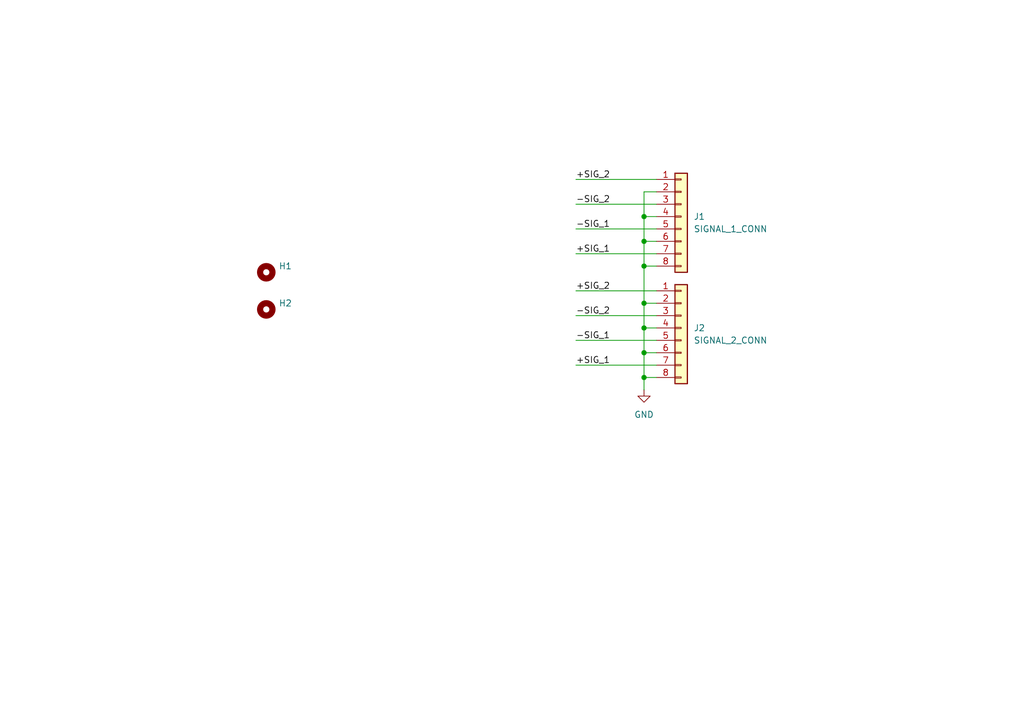
<source format=kicad_sch>
(kicad_sch (version 20250114) (generator "eeschema") (generator_version "9.0")
  (paper "A5")
  (title_block (title "detpan1_D") (date "2025-07-21") (rev "A") (company "TamperSec") (comment 1 "Justin Newkirk"))
  (lib_symbols
    (symbol "Connector_Generic:Conn_01x08" (pin_names (offset 1.016) (hide yes))
      (property "Reference" "J" (at 0 10.16 0))
      (property "Value" "Conn_01x08" (at 0 -12.7 0))
      (symbol "Conn_01x08_1_1"
        (rectangle (start -1.27 8.89) (end 1.27 -11.43) (stroke (width 0.254)) (fill (type background)))
        (rectangle (start -1.27 7.747) (end 0 7.493) (stroke (width 0.1524)))
        (rectangle (start -1.27 5.207) (end 0 4.953) (stroke (width 0.1524)))
        (rectangle (start -1.27 2.667) (end 0 2.413) (stroke (width 0.1524)))
        (rectangle (start -1.27 0.127) (end 0 -0.127) (stroke (width 0.1524)))
        (rectangle (start -1.27 -2.413) (end 0 -2.667) (stroke (width 0.1524)))
        (rectangle (start -1.27 -4.953) (end 0 -5.207) (stroke (width 0.1524)))
        (rectangle (start -1.27 -7.493) (end 0 -7.747) (stroke (width 0.1524)))
        (rectangle (start -1.27 -10.033) (end 0 -10.287) (stroke (width 0.1524)))
        (pin passive line (at -5.08 7.62 0) (length 3.81) (name "Pin_1") (number "1"))
        (pin passive line (at -5.08 5.08 0) (length 3.81) (name "Pin_2") (number "2"))
        (pin passive line (at -5.08 2.54 0) (length 3.81) (name "Pin_3") (number "3"))
        (pin passive line (at -5.08 0 0) (length 3.81) (name "Pin_4") (number "4"))
        (pin passive line (at -5.08 -2.54 0) (length 3.81) (name "Pin_5") (number "5"))
        (pin passive line (at -5.08 -5.08 0) (length 3.81) (name "Pin_6") (number "6"))
        (pin passive line (at -5.08 -7.62 0) (length 3.81) (name "Pin_7") (number "7"))
        (pin passive line (at -5.08 -10.16 0) (length 3.81) (name "Pin_8") (number "8"))
      )
    )
    (symbol "Mechanical:MountingHole" (pin_names (offset 1.016)) (in_bom no)
      (property "Reference" "H" (at 0 5.08 0))
      (property "Value" "MountingHole" (at 0 3.175 0))
      (symbol "MountingHole_0_1"
        (circle (center 0 0) (radius 1.27) (stroke (width 1.27)))
      )
    )
    (symbol "power:GND" (power) (pin_numbers (hide yes)) (pin_names (offset 0) (hide yes))
      (property "Value" "GND" (at 0 -3.81 0))
      (symbol "GND_0_1"
        (polyline (pts (xy 0 0) (xy 0 -1.27) (xy 1.27 -1.27) (xy 0 -2.54) (xy -1.27 -1.27) (xy 0 -1.27)))
      )
      (symbol "GND_1_1"
        (pin power_in line (at 0 0 270) (length 0) (name "~") (number "1"))
      )
    )
  )
  (junction (at 132.08 44.45))
  (junction (at 132.08 54.61))
  (junction (at 132.08 49.53))
  (junction (at 132.08 72.39))
  (junction (at 132.08 62.23))
  (junction (at 132.08 67.31))
  (junction (at 132.08 77.47))
  (wire (pts (xy 132.08 62.23) (xy 134.62 62.23)))
  (wire (pts (xy 132.08 39.37) (xy 132.08 44.45)))
  (wire (pts (xy 132.08 49.53) (xy 132.08 54.61)))
  (wire (pts (xy 118.11 41.91) (xy 134.62 41.91)))
  (wire (pts (xy 118.11 69.85) (xy 134.62 69.85)))
  (wire (pts (xy 132.08 67.31) (xy 134.62 67.31)))
  (wire (pts (xy 132.08 77.47) (xy 134.62 77.47)))
  (wire (pts (xy 132.08 72.39) (xy 134.62 72.39)))
  (wire (pts (xy 132.08 72.39) (xy 132.08 77.47)))
  (wire (pts (xy 118.11 74.93) (xy 134.62 74.93)))
  (wire (pts (xy 132.08 62.23) (xy 132.08 67.31)))
  (wire (pts (xy 118.11 46.99) (xy 134.62 46.99)))
  (wire (pts (xy 132.08 54.61) (xy 132.08 62.23)))
  (wire (pts (xy 132.08 44.45) (xy 132.08 49.53)))
  (wire (pts (xy 132.08 49.53) (xy 134.62 49.53)))
  (wire (pts (xy 134.62 39.37) (xy 132.08 39.37)))
  (wire (pts (xy 132.08 44.45) (xy 134.62 44.45)))
  (wire (pts (xy 132.08 77.47) (xy 132.08 80.01)))
  (wire (pts (xy 118.11 64.77) (xy 134.62 64.77)))
  (wire (pts (xy 118.11 36.83) (xy 134.62 36.83)))
  (wire (pts (xy 118.11 59.69) (xy 134.62 59.69)))
  (wire (pts (xy 132.08 54.61) (xy 134.62 54.61)))
  (wire (pts (xy 118.11 52.07) (xy 134.62 52.07)))
  (wire (pts (xy 132.08 67.31) (xy 132.08 72.39)))
  (label "-SIG_1" (at 118.11 69.85 0))
  (label "-SIG_2" (at 118.11 64.77 0))
  (label "+SIG_2" (at 118.11 36.83 0))
  (label "+SIG_1" (at 118.11 52.07 0))
  (label "+SIG_1" (at 118.11 74.93 0))
  (label "+SIG_2" (at 118.11 59.69 0))
  (label "-SIG_1" (at 118.11 46.99 0))
  (label "-SIG_2" (at 118.11 41.91 0))
  (symbol (lib_id "Mechanical:MountingHole") (at 54.61 55.88 0) (unit 1) (in_bom no)
    (property "Reference" "H1" (at 57.15 54.6099 0) (effects (justify left)))
    (property "Footprint" "MountingHole:MountingHole_3.2mm_M3" (effects (hide yes)))
    (property "Description" "Mounting Hole without connection" (effects (hide yes)))
  )
  (symbol (lib_id "power:GND") (at 132.08 80.01 0) (unit 1)
    (property "Reference" "#PWR01" (effects (hide yes)))
    (property "Value" "GND" (at 132.08 85.09 0))
    (property "Description" "Power symbol creates a global label with name \"GND\" , ground" (effects (hide yes)))
  )
  (symbol (lib_id "Mechanical:MountingHole") (at 54.61 63.5 0) (unit 1) (in_bom no)
    (property "Reference" "H2" (at 57.15 62.2299 0) (effects (justify left)))
    (property "Footprint" "MountingHole:MountingHole_3.2mm_M3" (effects (hide yes)))
    (property "Description" "Mounting Hole without connection" (effects (hide yes)))
  )
  (symbol (lib_id "Connector_Generic:Conn_01x08") (at 139.7 44.45 0) (unit 1)
    (property "Reference" "J1" (at 142.24 44.4499 0) (effects (justify left)))
    (property "Value" "SIGNAL_1_CONN" (at 142.24 46.9899 0) (effects (justify left)))
    (property "Footprint" "Connector_JST:JST_GH_BM08B-GHS-TBT_1x08-1MP_P1.25mm_Vertical" (effects (hide yes)))
    (property "Description" "Generic connector, single row, 01x08, script generated (kicad-library-utils/schlib/autogen/connector/)" (effects (hide yes)))
  )
  (symbol (lib_id "Connector_Generic:Conn_01x08") (at 139.7 67.31 0) (unit 1)
    (property "Reference" "J2" (at 142.24 67.3099 0) (effects (justify left)))
    (property "Value" "SIGNAL_2_CONN" (at 142.24 69.8499 0) (effects (justify left)))
    (property "Footprint" "Connector_JST:JST_GH_BM08B-GHS-TBT_1x08-1MP_P1.25mm_Vertical" (effects (hide yes)))
    (property "Description" "Generic connector, single row, 01x08, script generated (kicad-library-utils/schlib/autogen/connector/)" (effects (hide yes)))
  )
)
</source>
